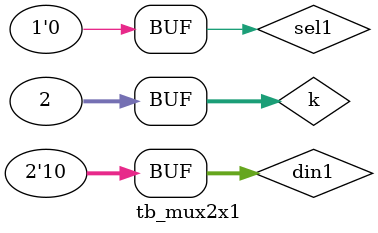
<source format=v>
module tb_mux2x1;
    reg sel1;
    reg [1:0] din1;
    wire dout1;

    mux2x1 mux(.dout(dout1),.sel(sel1),.din(din1));

    integer k;

    initial
    begin
        din1 = 2'b10;
        sel1 = 1'b0;
        for(k=0;k<2;k=k+1)
        begin
            #5;
            sel1 = ~sel1;
        end
    end

    initial
        $monitor("At time %4t, din=%b, sel=%b, dout=%b",
                    $time, din1, sel1, dout1);
endmodule

</source>
